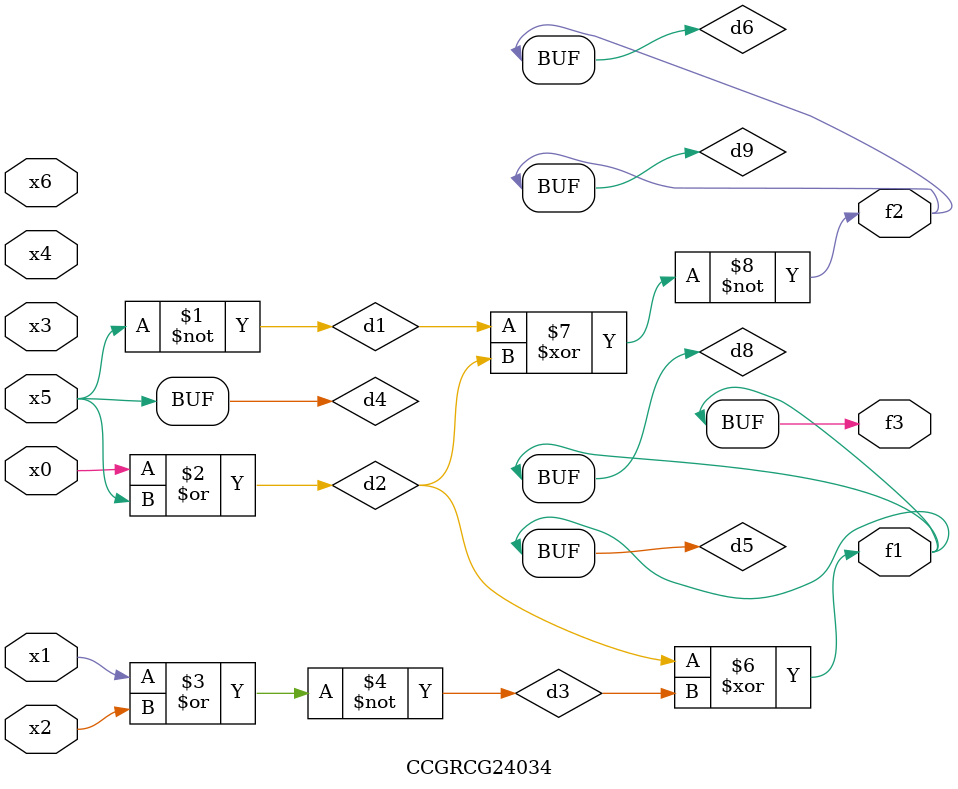
<source format=v>
module CCGRCG24034(
	input x0, x1, x2, x3, x4, x5, x6,
	output f1, f2, f3
);

	wire d1, d2, d3, d4, d5, d6, d7, d8, d9;

	nand (d1, x5);
	or (d2, x0, x5);
	nor (d3, x1, x2);
	xnor (d4, d1);
	xor (d5, d2, d3);
	xnor (d6, d1, d2);
	not (d7, x4);
	buf (d8, d5);
	xor (d9, d6);
	assign f1 = d8;
	assign f2 = d9;
	assign f3 = d8;
endmodule

</source>
